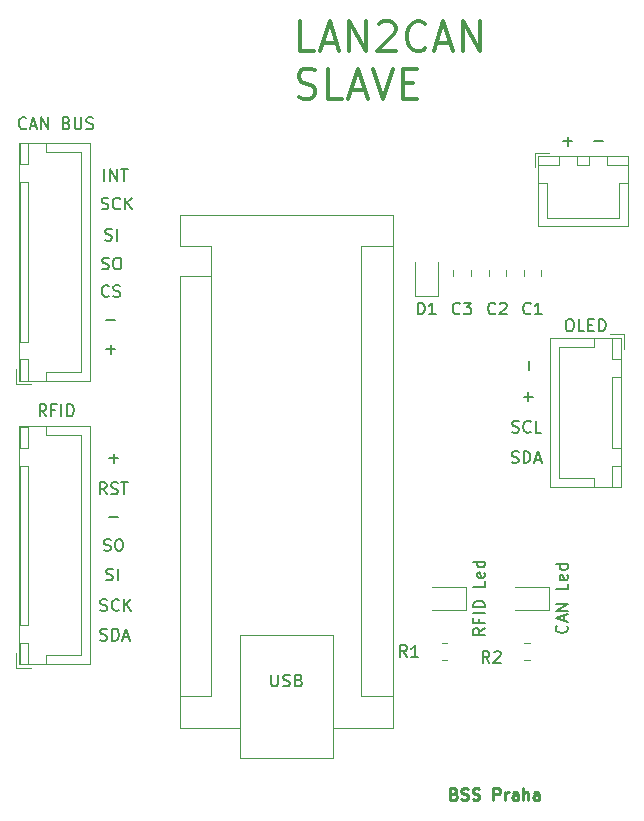
<source format=gbr>
%TF.GenerationSoftware,KiCad,Pcbnew,8.0.1*%
%TF.CreationDate,2024-05-22T11:11:13+02:00*%
%TF.ProjectId,Slave,536c6176-652e-46b6-9963-61645f706362,rev?*%
%TF.SameCoordinates,Original*%
%TF.FileFunction,Legend,Top*%
%TF.FilePolarity,Positive*%
%FSLAX46Y46*%
G04 Gerber Fmt 4.6, Leading zero omitted, Abs format (unit mm)*
G04 Created by KiCad (PCBNEW 8.0.1) date 2024-05-22 11:11:13*
%MOMM*%
%LPD*%
G01*
G04 APERTURE LIST*
%ADD10C,0.150000*%
%ADD11C,0.300000*%
%ADD12C,0.250000*%
%ADD13C,0.120000*%
G04 APERTURE END LIST*
D10*
X154027255Y-70369819D02*
X154217731Y-70369819D01*
X154217731Y-70369819D02*
X154312969Y-70417438D01*
X154312969Y-70417438D02*
X154408207Y-70512676D01*
X154408207Y-70512676D02*
X154455826Y-70703152D01*
X154455826Y-70703152D02*
X154455826Y-71036485D01*
X154455826Y-71036485D02*
X154408207Y-71226961D01*
X154408207Y-71226961D02*
X154312969Y-71322200D01*
X154312969Y-71322200D02*
X154217731Y-71369819D01*
X154217731Y-71369819D02*
X154027255Y-71369819D01*
X154027255Y-71369819D02*
X153932017Y-71322200D01*
X153932017Y-71322200D02*
X153836779Y-71226961D01*
X153836779Y-71226961D02*
X153789160Y-71036485D01*
X153789160Y-71036485D02*
X153789160Y-70703152D01*
X153789160Y-70703152D02*
X153836779Y-70512676D01*
X153836779Y-70512676D02*
X153932017Y-70417438D01*
X153932017Y-70417438D02*
X154027255Y-70369819D01*
X155360588Y-71369819D02*
X154884398Y-71369819D01*
X154884398Y-71369819D02*
X154884398Y-70369819D01*
X155693922Y-70846009D02*
X156027255Y-70846009D01*
X156170112Y-71369819D02*
X155693922Y-71369819D01*
X155693922Y-71369819D02*
X155693922Y-70369819D01*
X155693922Y-70369819D02*
X156170112Y-70369819D01*
X156598684Y-71369819D02*
X156598684Y-70369819D01*
X156598684Y-70369819D02*
X156836779Y-70369819D01*
X156836779Y-70369819D02*
X156979636Y-70417438D01*
X156979636Y-70417438D02*
X157074874Y-70512676D01*
X157074874Y-70512676D02*
X157122493Y-70607914D01*
X157122493Y-70607914D02*
X157170112Y-70798390D01*
X157170112Y-70798390D02*
X157170112Y-70941247D01*
X157170112Y-70941247D02*
X157122493Y-71131723D01*
X157122493Y-71131723D02*
X157074874Y-71226961D01*
X157074874Y-71226961D02*
X156979636Y-71322200D01*
X156979636Y-71322200D02*
X156836779Y-71369819D01*
X156836779Y-71369819D02*
X156598684Y-71369819D01*
X115136779Y-87088866D02*
X115898684Y-87088866D01*
X114389160Y-95022200D02*
X114532017Y-95069819D01*
X114532017Y-95069819D02*
X114770112Y-95069819D01*
X114770112Y-95069819D02*
X114865350Y-95022200D01*
X114865350Y-95022200D02*
X114912969Y-94974580D01*
X114912969Y-94974580D02*
X114960588Y-94879342D01*
X114960588Y-94879342D02*
X114960588Y-94784104D01*
X114960588Y-94784104D02*
X114912969Y-94688866D01*
X114912969Y-94688866D02*
X114865350Y-94641247D01*
X114865350Y-94641247D02*
X114770112Y-94593628D01*
X114770112Y-94593628D02*
X114579636Y-94546009D01*
X114579636Y-94546009D02*
X114484398Y-94498390D01*
X114484398Y-94498390D02*
X114436779Y-94450771D01*
X114436779Y-94450771D02*
X114389160Y-94355533D01*
X114389160Y-94355533D02*
X114389160Y-94260295D01*
X114389160Y-94260295D02*
X114436779Y-94165057D01*
X114436779Y-94165057D02*
X114484398Y-94117438D01*
X114484398Y-94117438D02*
X114579636Y-94069819D01*
X114579636Y-94069819D02*
X114817731Y-94069819D01*
X114817731Y-94069819D02*
X114960588Y-94117438D01*
X115960588Y-94974580D02*
X115912969Y-95022200D01*
X115912969Y-95022200D02*
X115770112Y-95069819D01*
X115770112Y-95069819D02*
X115674874Y-95069819D01*
X115674874Y-95069819D02*
X115532017Y-95022200D01*
X115532017Y-95022200D02*
X115436779Y-94926961D01*
X115436779Y-94926961D02*
X115389160Y-94831723D01*
X115389160Y-94831723D02*
X115341541Y-94641247D01*
X115341541Y-94641247D02*
X115341541Y-94498390D01*
X115341541Y-94498390D02*
X115389160Y-94307914D01*
X115389160Y-94307914D02*
X115436779Y-94212676D01*
X115436779Y-94212676D02*
X115532017Y-94117438D01*
X115532017Y-94117438D02*
X115674874Y-94069819D01*
X115674874Y-94069819D02*
X115770112Y-94069819D01*
X115770112Y-94069819D02*
X115912969Y-94117438D01*
X115912969Y-94117438D02*
X115960588Y-94165057D01*
X116389160Y-95069819D02*
X116389160Y-94069819D01*
X116960588Y-95069819D02*
X116532017Y-94498390D01*
X116960588Y-94069819D02*
X116389160Y-94641247D01*
X114689160Y-89922200D02*
X114832017Y-89969819D01*
X114832017Y-89969819D02*
X115070112Y-89969819D01*
X115070112Y-89969819D02*
X115165350Y-89922200D01*
X115165350Y-89922200D02*
X115212969Y-89874580D01*
X115212969Y-89874580D02*
X115260588Y-89779342D01*
X115260588Y-89779342D02*
X115260588Y-89684104D01*
X115260588Y-89684104D02*
X115212969Y-89588866D01*
X115212969Y-89588866D02*
X115165350Y-89541247D01*
X115165350Y-89541247D02*
X115070112Y-89493628D01*
X115070112Y-89493628D02*
X114879636Y-89446009D01*
X114879636Y-89446009D02*
X114784398Y-89398390D01*
X114784398Y-89398390D02*
X114736779Y-89350771D01*
X114736779Y-89350771D02*
X114689160Y-89255533D01*
X114689160Y-89255533D02*
X114689160Y-89160295D01*
X114689160Y-89160295D02*
X114736779Y-89065057D01*
X114736779Y-89065057D02*
X114784398Y-89017438D01*
X114784398Y-89017438D02*
X114879636Y-88969819D01*
X114879636Y-88969819D02*
X115117731Y-88969819D01*
X115117731Y-88969819D02*
X115260588Y-89017438D01*
X115879636Y-88969819D02*
X116070112Y-88969819D01*
X116070112Y-88969819D02*
X116165350Y-89017438D01*
X116165350Y-89017438D02*
X116260588Y-89112676D01*
X116260588Y-89112676D02*
X116308207Y-89303152D01*
X116308207Y-89303152D02*
X116308207Y-89636485D01*
X116308207Y-89636485D02*
X116260588Y-89826961D01*
X116260588Y-89826961D02*
X116165350Y-89922200D01*
X116165350Y-89922200D02*
X116070112Y-89969819D01*
X116070112Y-89969819D02*
X115879636Y-89969819D01*
X115879636Y-89969819D02*
X115784398Y-89922200D01*
X115784398Y-89922200D02*
X115689160Y-89826961D01*
X115689160Y-89826961D02*
X115641541Y-89636485D01*
X115641541Y-89636485D02*
X115641541Y-89303152D01*
X115641541Y-89303152D02*
X115689160Y-89112676D01*
X115689160Y-89112676D02*
X115784398Y-89017438D01*
X115784398Y-89017438D02*
X115879636Y-88969819D01*
D11*
X132483082Y-47653587D02*
X131292606Y-47653587D01*
X131292606Y-47653587D02*
X131292606Y-45153587D01*
X133197368Y-46939301D02*
X134387844Y-46939301D01*
X132959273Y-47653587D02*
X133792606Y-45153587D01*
X133792606Y-45153587D02*
X134625939Y-47653587D01*
X135459273Y-47653587D02*
X135459273Y-45153587D01*
X135459273Y-45153587D02*
X136887844Y-47653587D01*
X136887844Y-47653587D02*
X136887844Y-45153587D01*
X137959273Y-45391682D02*
X138078321Y-45272635D01*
X138078321Y-45272635D02*
X138316416Y-45153587D01*
X138316416Y-45153587D02*
X138911654Y-45153587D01*
X138911654Y-45153587D02*
X139149749Y-45272635D01*
X139149749Y-45272635D02*
X139268797Y-45391682D01*
X139268797Y-45391682D02*
X139387844Y-45629778D01*
X139387844Y-45629778D02*
X139387844Y-45867873D01*
X139387844Y-45867873D02*
X139268797Y-46225016D01*
X139268797Y-46225016D02*
X137840225Y-47653587D01*
X137840225Y-47653587D02*
X139387844Y-47653587D01*
X141887844Y-47415492D02*
X141768796Y-47534540D01*
X141768796Y-47534540D02*
X141411654Y-47653587D01*
X141411654Y-47653587D02*
X141173558Y-47653587D01*
X141173558Y-47653587D02*
X140816415Y-47534540D01*
X140816415Y-47534540D02*
X140578320Y-47296444D01*
X140578320Y-47296444D02*
X140459273Y-47058349D01*
X140459273Y-47058349D02*
X140340225Y-46582159D01*
X140340225Y-46582159D02*
X140340225Y-46225016D01*
X140340225Y-46225016D02*
X140459273Y-45748825D01*
X140459273Y-45748825D02*
X140578320Y-45510730D01*
X140578320Y-45510730D02*
X140816415Y-45272635D01*
X140816415Y-45272635D02*
X141173558Y-45153587D01*
X141173558Y-45153587D02*
X141411654Y-45153587D01*
X141411654Y-45153587D02*
X141768796Y-45272635D01*
X141768796Y-45272635D02*
X141887844Y-45391682D01*
X142840225Y-46939301D02*
X144030701Y-46939301D01*
X142602130Y-47653587D02*
X143435463Y-45153587D01*
X143435463Y-45153587D02*
X144268796Y-47653587D01*
X145102130Y-47653587D02*
X145102130Y-45153587D01*
X145102130Y-45153587D02*
X146530701Y-47653587D01*
X146530701Y-47653587D02*
X146530701Y-45153587D01*
X131173558Y-51559400D02*
X131530701Y-51678447D01*
X131530701Y-51678447D02*
X132125939Y-51678447D01*
X132125939Y-51678447D02*
X132364034Y-51559400D01*
X132364034Y-51559400D02*
X132483082Y-51440352D01*
X132483082Y-51440352D02*
X132602129Y-51202257D01*
X132602129Y-51202257D02*
X132602129Y-50964161D01*
X132602129Y-50964161D02*
X132483082Y-50726066D01*
X132483082Y-50726066D02*
X132364034Y-50607019D01*
X132364034Y-50607019D02*
X132125939Y-50487971D01*
X132125939Y-50487971D02*
X131649748Y-50368923D01*
X131649748Y-50368923D02*
X131411653Y-50249876D01*
X131411653Y-50249876D02*
X131292606Y-50130828D01*
X131292606Y-50130828D02*
X131173558Y-49892733D01*
X131173558Y-49892733D02*
X131173558Y-49654638D01*
X131173558Y-49654638D02*
X131292606Y-49416542D01*
X131292606Y-49416542D02*
X131411653Y-49297495D01*
X131411653Y-49297495D02*
X131649748Y-49178447D01*
X131649748Y-49178447D02*
X132244987Y-49178447D01*
X132244987Y-49178447D02*
X132602129Y-49297495D01*
X134864034Y-51678447D02*
X133673558Y-51678447D01*
X133673558Y-51678447D02*
X133673558Y-49178447D01*
X135578320Y-50964161D02*
X136768796Y-50964161D01*
X135340225Y-51678447D02*
X136173558Y-49178447D01*
X136173558Y-49178447D02*
X137006891Y-51678447D01*
X137483082Y-49178447D02*
X138316415Y-51678447D01*
X138316415Y-51678447D02*
X139149748Y-49178447D01*
X139983082Y-50368923D02*
X140816415Y-50368923D01*
X141173558Y-51678447D02*
X139983082Y-51678447D01*
X139983082Y-51678447D02*
X139983082Y-49178447D01*
X139983082Y-49178447D02*
X141173558Y-49178447D01*
D10*
X153586393Y-55297234D02*
X154348298Y-55297234D01*
X153967345Y-55678187D02*
X153967345Y-54916282D01*
X156182381Y-55297234D02*
X156944286Y-55297234D01*
X114489160Y-61022200D02*
X114632017Y-61069819D01*
X114632017Y-61069819D02*
X114870112Y-61069819D01*
X114870112Y-61069819D02*
X114965350Y-61022200D01*
X114965350Y-61022200D02*
X115012969Y-60974580D01*
X115012969Y-60974580D02*
X115060588Y-60879342D01*
X115060588Y-60879342D02*
X115060588Y-60784104D01*
X115060588Y-60784104D02*
X115012969Y-60688866D01*
X115012969Y-60688866D02*
X114965350Y-60641247D01*
X114965350Y-60641247D02*
X114870112Y-60593628D01*
X114870112Y-60593628D02*
X114679636Y-60546009D01*
X114679636Y-60546009D02*
X114584398Y-60498390D01*
X114584398Y-60498390D02*
X114536779Y-60450771D01*
X114536779Y-60450771D02*
X114489160Y-60355533D01*
X114489160Y-60355533D02*
X114489160Y-60260295D01*
X114489160Y-60260295D02*
X114536779Y-60165057D01*
X114536779Y-60165057D02*
X114584398Y-60117438D01*
X114584398Y-60117438D02*
X114679636Y-60069819D01*
X114679636Y-60069819D02*
X114917731Y-60069819D01*
X114917731Y-60069819D02*
X115060588Y-60117438D01*
X116060588Y-60974580D02*
X116012969Y-61022200D01*
X116012969Y-61022200D02*
X115870112Y-61069819D01*
X115870112Y-61069819D02*
X115774874Y-61069819D01*
X115774874Y-61069819D02*
X115632017Y-61022200D01*
X115632017Y-61022200D02*
X115536779Y-60926961D01*
X115536779Y-60926961D02*
X115489160Y-60831723D01*
X115489160Y-60831723D02*
X115441541Y-60641247D01*
X115441541Y-60641247D02*
X115441541Y-60498390D01*
X115441541Y-60498390D02*
X115489160Y-60307914D01*
X115489160Y-60307914D02*
X115536779Y-60212676D01*
X115536779Y-60212676D02*
X115632017Y-60117438D01*
X115632017Y-60117438D02*
X115774874Y-60069819D01*
X115774874Y-60069819D02*
X115870112Y-60069819D01*
X115870112Y-60069819D02*
X116012969Y-60117438D01*
X116012969Y-60117438D02*
X116060588Y-60165057D01*
X116489160Y-61069819D02*
X116489160Y-60069819D01*
X117060588Y-61069819D02*
X116632017Y-60498390D01*
X117060588Y-60069819D02*
X116489160Y-60641247D01*
X149245409Y-79918033D02*
X149388266Y-79965652D01*
X149388266Y-79965652D02*
X149626361Y-79965652D01*
X149626361Y-79965652D02*
X149721599Y-79918033D01*
X149721599Y-79918033D02*
X149769218Y-79870413D01*
X149769218Y-79870413D02*
X149816837Y-79775175D01*
X149816837Y-79775175D02*
X149816837Y-79679937D01*
X149816837Y-79679937D02*
X149769218Y-79584699D01*
X149769218Y-79584699D02*
X149721599Y-79537080D01*
X149721599Y-79537080D02*
X149626361Y-79489461D01*
X149626361Y-79489461D02*
X149435885Y-79441842D01*
X149435885Y-79441842D02*
X149340647Y-79394223D01*
X149340647Y-79394223D02*
X149293028Y-79346604D01*
X149293028Y-79346604D02*
X149245409Y-79251366D01*
X149245409Y-79251366D02*
X149245409Y-79156128D01*
X149245409Y-79156128D02*
X149293028Y-79060890D01*
X149293028Y-79060890D02*
X149340647Y-79013271D01*
X149340647Y-79013271D02*
X149435885Y-78965652D01*
X149435885Y-78965652D02*
X149673980Y-78965652D01*
X149673980Y-78965652D02*
X149816837Y-79013271D01*
X150816837Y-79870413D02*
X150769218Y-79918033D01*
X150769218Y-79918033D02*
X150626361Y-79965652D01*
X150626361Y-79965652D02*
X150531123Y-79965652D01*
X150531123Y-79965652D02*
X150388266Y-79918033D01*
X150388266Y-79918033D02*
X150293028Y-79822794D01*
X150293028Y-79822794D02*
X150245409Y-79727556D01*
X150245409Y-79727556D02*
X150197790Y-79537080D01*
X150197790Y-79537080D02*
X150197790Y-79394223D01*
X150197790Y-79394223D02*
X150245409Y-79203747D01*
X150245409Y-79203747D02*
X150293028Y-79108509D01*
X150293028Y-79108509D02*
X150388266Y-79013271D01*
X150388266Y-79013271D02*
X150531123Y-78965652D01*
X150531123Y-78965652D02*
X150626361Y-78965652D01*
X150626361Y-78965652D02*
X150769218Y-79013271D01*
X150769218Y-79013271D02*
X150816837Y-79060890D01*
X151721599Y-79965652D02*
X151245409Y-79965652D01*
X151245409Y-79965652D02*
X151245409Y-78965652D01*
X114789931Y-63653950D02*
X114932788Y-63701569D01*
X114932788Y-63701569D02*
X115170883Y-63701569D01*
X115170883Y-63701569D02*
X115266121Y-63653950D01*
X115266121Y-63653950D02*
X115313740Y-63606330D01*
X115313740Y-63606330D02*
X115361359Y-63511092D01*
X115361359Y-63511092D02*
X115361359Y-63415854D01*
X115361359Y-63415854D02*
X115313740Y-63320616D01*
X115313740Y-63320616D02*
X115266121Y-63272997D01*
X115266121Y-63272997D02*
X115170883Y-63225378D01*
X115170883Y-63225378D02*
X114980407Y-63177759D01*
X114980407Y-63177759D02*
X114885169Y-63130140D01*
X114885169Y-63130140D02*
X114837550Y-63082521D01*
X114837550Y-63082521D02*
X114789931Y-62987283D01*
X114789931Y-62987283D02*
X114789931Y-62892045D01*
X114789931Y-62892045D02*
X114837550Y-62796807D01*
X114837550Y-62796807D02*
X114885169Y-62749188D01*
X114885169Y-62749188D02*
X114980407Y-62701569D01*
X114980407Y-62701569D02*
X115218502Y-62701569D01*
X115218502Y-62701569D02*
X115361359Y-62749188D01*
X115789931Y-63701569D02*
X115789931Y-62701569D01*
X114736779Y-58669819D02*
X114736779Y-57669819D01*
X115212969Y-58669819D02*
X115212969Y-57669819D01*
X115212969Y-57669819D02*
X115784397Y-58669819D01*
X115784397Y-58669819D02*
X115784397Y-57669819D01*
X116117731Y-57669819D02*
X116689159Y-57669819D01*
X116403445Y-58669819D02*
X116403445Y-57669819D01*
X114837550Y-70409661D02*
X115599455Y-70409661D01*
X114908207Y-85169819D02*
X114574874Y-84693628D01*
X114336779Y-85169819D02*
X114336779Y-84169819D01*
X114336779Y-84169819D02*
X114717731Y-84169819D01*
X114717731Y-84169819D02*
X114812969Y-84217438D01*
X114812969Y-84217438D02*
X114860588Y-84265057D01*
X114860588Y-84265057D02*
X114908207Y-84360295D01*
X114908207Y-84360295D02*
X114908207Y-84503152D01*
X114908207Y-84503152D02*
X114860588Y-84598390D01*
X114860588Y-84598390D02*
X114812969Y-84646009D01*
X114812969Y-84646009D02*
X114717731Y-84693628D01*
X114717731Y-84693628D02*
X114336779Y-84693628D01*
X115289160Y-85122200D02*
X115432017Y-85169819D01*
X115432017Y-85169819D02*
X115670112Y-85169819D01*
X115670112Y-85169819D02*
X115765350Y-85122200D01*
X115765350Y-85122200D02*
X115812969Y-85074580D01*
X115812969Y-85074580D02*
X115860588Y-84979342D01*
X115860588Y-84979342D02*
X115860588Y-84884104D01*
X115860588Y-84884104D02*
X115812969Y-84788866D01*
X115812969Y-84788866D02*
X115765350Y-84741247D01*
X115765350Y-84741247D02*
X115670112Y-84693628D01*
X115670112Y-84693628D02*
X115479636Y-84646009D01*
X115479636Y-84646009D02*
X115384398Y-84598390D01*
X115384398Y-84598390D02*
X115336779Y-84550771D01*
X115336779Y-84550771D02*
X115289160Y-84455533D01*
X115289160Y-84455533D02*
X115289160Y-84360295D01*
X115289160Y-84360295D02*
X115336779Y-84265057D01*
X115336779Y-84265057D02*
X115384398Y-84217438D01*
X115384398Y-84217438D02*
X115479636Y-84169819D01*
X115479636Y-84169819D02*
X115717731Y-84169819D01*
X115717731Y-84169819D02*
X115860588Y-84217438D01*
X116146303Y-84169819D02*
X116717731Y-84169819D01*
X116432017Y-85169819D02*
X116432017Y-84169819D01*
X114889160Y-92422200D02*
X115032017Y-92469819D01*
X115032017Y-92469819D02*
X115270112Y-92469819D01*
X115270112Y-92469819D02*
X115365350Y-92422200D01*
X115365350Y-92422200D02*
X115412969Y-92374580D01*
X115412969Y-92374580D02*
X115460588Y-92279342D01*
X115460588Y-92279342D02*
X115460588Y-92184104D01*
X115460588Y-92184104D02*
X115412969Y-92088866D01*
X115412969Y-92088866D02*
X115365350Y-92041247D01*
X115365350Y-92041247D02*
X115270112Y-91993628D01*
X115270112Y-91993628D02*
X115079636Y-91946009D01*
X115079636Y-91946009D02*
X114984398Y-91898390D01*
X114984398Y-91898390D02*
X114936779Y-91850771D01*
X114936779Y-91850771D02*
X114889160Y-91755533D01*
X114889160Y-91755533D02*
X114889160Y-91660295D01*
X114889160Y-91660295D02*
X114936779Y-91565057D01*
X114936779Y-91565057D02*
X114984398Y-91517438D01*
X114984398Y-91517438D02*
X115079636Y-91469819D01*
X115079636Y-91469819D02*
X115317731Y-91469819D01*
X115317731Y-91469819D02*
X115460588Y-91517438D01*
X115889160Y-92469819D02*
X115889160Y-91469819D01*
X115262670Y-73279848D02*
X115262670Y-72517944D01*
X115643623Y-72898896D02*
X114881718Y-72898896D01*
X114540317Y-66100170D02*
X114683174Y-66147789D01*
X114683174Y-66147789D02*
X114921269Y-66147789D01*
X114921269Y-66147789D02*
X115016507Y-66100170D01*
X115016507Y-66100170D02*
X115064126Y-66052550D01*
X115064126Y-66052550D02*
X115111745Y-65957312D01*
X115111745Y-65957312D02*
X115111745Y-65862074D01*
X115111745Y-65862074D02*
X115064126Y-65766836D01*
X115064126Y-65766836D02*
X115016507Y-65719217D01*
X115016507Y-65719217D02*
X114921269Y-65671598D01*
X114921269Y-65671598D02*
X114730793Y-65623979D01*
X114730793Y-65623979D02*
X114635555Y-65576360D01*
X114635555Y-65576360D02*
X114587936Y-65528741D01*
X114587936Y-65528741D02*
X114540317Y-65433503D01*
X114540317Y-65433503D02*
X114540317Y-65338265D01*
X114540317Y-65338265D02*
X114587936Y-65243027D01*
X114587936Y-65243027D02*
X114635555Y-65195408D01*
X114635555Y-65195408D02*
X114730793Y-65147789D01*
X114730793Y-65147789D02*
X114968888Y-65147789D01*
X114968888Y-65147789D02*
X115111745Y-65195408D01*
X115730793Y-65147789D02*
X115921269Y-65147789D01*
X115921269Y-65147789D02*
X116016507Y-65195408D01*
X116016507Y-65195408D02*
X116111745Y-65290646D01*
X116111745Y-65290646D02*
X116159364Y-65481122D01*
X116159364Y-65481122D02*
X116159364Y-65814455D01*
X116159364Y-65814455D02*
X116111745Y-66004931D01*
X116111745Y-66004931D02*
X116016507Y-66100170D01*
X116016507Y-66100170D02*
X115921269Y-66147789D01*
X115921269Y-66147789D02*
X115730793Y-66147789D01*
X115730793Y-66147789D02*
X115635555Y-66100170D01*
X115635555Y-66100170D02*
X115540317Y-66004931D01*
X115540317Y-66004931D02*
X115492698Y-65814455D01*
X115492698Y-65814455D02*
X115492698Y-65481122D01*
X115492698Y-65481122D02*
X115540317Y-65290646D01*
X115540317Y-65290646D02*
X115635555Y-65195408D01*
X115635555Y-65195408D02*
X115730793Y-65147789D01*
X109808207Y-78569819D02*
X109474874Y-78093628D01*
X109236779Y-78569819D02*
X109236779Y-77569819D01*
X109236779Y-77569819D02*
X109617731Y-77569819D01*
X109617731Y-77569819D02*
X109712969Y-77617438D01*
X109712969Y-77617438D02*
X109760588Y-77665057D01*
X109760588Y-77665057D02*
X109808207Y-77760295D01*
X109808207Y-77760295D02*
X109808207Y-77903152D01*
X109808207Y-77903152D02*
X109760588Y-77998390D01*
X109760588Y-77998390D02*
X109712969Y-78046009D01*
X109712969Y-78046009D02*
X109617731Y-78093628D01*
X109617731Y-78093628D02*
X109236779Y-78093628D01*
X110570112Y-78046009D02*
X110236779Y-78046009D01*
X110236779Y-78569819D02*
X110236779Y-77569819D01*
X110236779Y-77569819D02*
X110712969Y-77569819D01*
X111093922Y-78569819D02*
X111093922Y-77569819D01*
X111570112Y-78569819D02*
X111570112Y-77569819D01*
X111570112Y-77569819D02*
X111808207Y-77569819D01*
X111808207Y-77569819D02*
X111951064Y-77617438D01*
X111951064Y-77617438D02*
X112046302Y-77712676D01*
X112046302Y-77712676D02*
X112093921Y-77807914D01*
X112093921Y-77807914D02*
X112141540Y-77998390D01*
X112141540Y-77998390D02*
X112141540Y-78141247D01*
X112141540Y-78141247D02*
X112093921Y-78331723D01*
X112093921Y-78331723D02*
X112046302Y-78426961D01*
X112046302Y-78426961D02*
X111951064Y-78522200D01*
X111951064Y-78522200D02*
X111808207Y-78569819D01*
X111808207Y-78569819D02*
X111570112Y-78569819D01*
X150615607Y-76538630D02*
X150615607Y-77300535D01*
X150234654Y-76919582D02*
X150996559Y-76919582D01*
X149220447Y-82489060D02*
X149363304Y-82536679D01*
X149363304Y-82536679D02*
X149601399Y-82536679D01*
X149601399Y-82536679D02*
X149696637Y-82489060D01*
X149696637Y-82489060D02*
X149744256Y-82441440D01*
X149744256Y-82441440D02*
X149791875Y-82346202D01*
X149791875Y-82346202D02*
X149791875Y-82250964D01*
X149791875Y-82250964D02*
X149744256Y-82155726D01*
X149744256Y-82155726D02*
X149696637Y-82108107D01*
X149696637Y-82108107D02*
X149601399Y-82060488D01*
X149601399Y-82060488D02*
X149410923Y-82012869D01*
X149410923Y-82012869D02*
X149315685Y-81965250D01*
X149315685Y-81965250D02*
X149268066Y-81917631D01*
X149268066Y-81917631D02*
X149220447Y-81822393D01*
X149220447Y-81822393D02*
X149220447Y-81727155D01*
X149220447Y-81727155D02*
X149268066Y-81631917D01*
X149268066Y-81631917D02*
X149315685Y-81584298D01*
X149315685Y-81584298D02*
X149410923Y-81536679D01*
X149410923Y-81536679D02*
X149649018Y-81536679D01*
X149649018Y-81536679D02*
X149791875Y-81584298D01*
X150220447Y-82536679D02*
X150220447Y-81536679D01*
X150220447Y-81536679D02*
X150458542Y-81536679D01*
X150458542Y-81536679D02*
X150601399Y-81584298D01*
X150601399Y-81584298D02*
X150696637Y-81679536D01*
X150696637Y-81679536D02*
X150744256Y-81774774D01*
X150744256Y-81774774D02*
X150791875Y-81965250D01*
X150791875Y-81965250D02*
X150791875Y-82108107D01*
X150791875Y-82108107D02*
X150744256Y-82298583D01*
X150744256Y-82298583D02*
X150696637Y-82393821D01*
X150696637Y-82393821D02*
X150601399Y-82489060D01*
X150601399Y-82489060D02*
X150458542Y-82536679D01*
X150458542Y-82536679D02*
X150220447Y-82536679D01*
X151172828Y-82250964D02*
X151649018Y-82250964D01*
X151077590Y-82536679D02*
X151410923Y-81536679D01*
X151410923Y-81536679D02*
X151744256Y-82536679D01*
X114389160Y-97522200D02*
X114532017Y-97569819D01*
X114532017Y-97569819D02*
X114770112Y-97569819D01*
X114770112Y-97569819D02*
X114865350Y-97522200D01*
X114865350Y-97522200D02*
X114912969Y-97474580D01*
X114912969Y-97474580D02*
X114960588Y-97379342D01*
X114960588Y-97379342D02*
X114960588Y-97284104D01*
X114960588Y-97284104D02*
X114912969Y-97188866D01*
X114912969Y-97188866D02*
X114865350Y-97141247D01*
X114865350Y-97141247D02*
X114770112Y-97093628D01*
X114770112Y-97093628D02*
X114579636Y-97046009D01*
X114579636Y-97046009D02*
X114484398Y-96998390D01*
X114484398Y-96998390D02*
X114436779Y-96950771D01*
X114436779Y-96950771D02*
X114389160Y-96855533D01*
X114389160Y-96855533D02*
X114389160Y-96760295D01*
X114389160Y-96760295D02*
X114436779Y-96665057D01*
X114436779Y-96665057D02*
X114484398Y-96617438D01*
X114484398Y-96617438D02*
X114579636Y-96569819D01*
X114579636Y-96569819D02*
X114817731Y-96569819D01*
X114817731Y-96569819D02*
X114960588Y-96617438D01*
X115389160Y-97569819D02*
X115389160Y-96569819D01*
X115389160Y-96569819D02*
X115627255Y-96569819D01*
X115627255Y-96569819D02*
X115770112Y-96617438D01*
X115770112Y-96617438D02*
X115865350Y-96712676D01*
X115865350Y-96712676D02*
X115912969Y-96807914D01*
X115912969Y-96807914D02*
X115960588Y-96998390D01*
X115960588Y-96998390D02*
X115960588Y-97141247D01*
X115960588Y-97141247D02*
X115912969Y-97331723D01*
X115912969Y-97331723D02*
X115865350Y-97426961D01*
X115865350Y-97426961D02*
X115770112Y-97522200D01*
X115770112Y-97522200D02*
X115627255Y-97569819D01*
X115627255Y-97569819D02*
X115389160Y-97569819D01*
X116341541Y-97284104D02*
X116817731Y-97284104D01*
X116246303Y-97569819D02*
X116579636Y-96569819D01*
X116579636Y-96569819D02*
X116912969Y-97569819D01*
D12*
X144335901Y-110540809D02*
X144478758Y-110588428D01*
X144478758Y-110588428D02*
X144526377Y-110636047D01*
X144526377Y-110636047D02*
X144573996Y-110731285D01*
X144573996Y-110731285D02*
X144573996Y-110874142D01*
X144573996Y-110874142D02*
X144526377Y-110969380D01*
X144526377Y-110969380D02*
X144478758Y-111017000D01*
X144478758Y-111017000D02*
X144383520Y-111064619D01*
X144383520Y-111064619D02*
X144002568Y-111064619D01*
X144002568Y-111064619D02*
X144002568Y-110064619D01*
X144002568Y-110064619D02*
X144335901Y-110064619D01*
X144335901Y-110064619D02*
X144431139Y-110112238D01*
X144431139Y-110112238D02*
X144478758Y-110159857D01*
X144478758Y-110159857D02*
X144526377Y-110255095D01*
X144526377Y-110255095D02*
X144526377Y-110350333D01*
X144526377Y-110350333D02*
X144478758Y-110445571D01*
X144478758Y-110445571D02*
X144431139Y-110493190D01*
X144431139Y-110493190D02*
X144335901Y-110540809D01*
X144335901Y-110540809D02*
X144002568Y-110540809D01*
X144954949Y-111017000D02*
X145097806Y-111064619D01*
X145097806Y-111064619D02*
X145335901Y-111064619D01*
X145335901Y-111064619D02*
X145431139Y-111017000D01*
X145431139Y-111017000D02*
X145478758Y-110969380D01*
X145478758Y-110969380D02*
X145526377Y-110874142D01*
X145526377Y-110874142D02*
X145526377Y-110778904D01*
X145526377Y-110778904D02*
X145478758Y-110683666D01*
X145478758Y-110683666D02*
X145431139Y-110636047D01*
X145431139Y-110636047D02*
X145335901Y-110588428D01*
X145335901Y-110588428D02*
X145145425Y-110540809D01*
X145145425Y-110540809D02*
X145050187Y-110493190D01*
X145050187Y-110493190D02*
X145002568Y-110445571D01*
X145002568Y-110445571D02*
X144954949Y-110350333D01*
X144954949Y-110350333D02*
X144954949Y-110255095D01*
X144954949Y-110255095D02*
X145002568Y-110159857D01*
X145002568Y-110159857D02*
X145050187Y-110112238D01*
X145050187Y-110112238D02*
X145145425Y-110064619D01*
X145145425Y-110064619D02*
X145383520Y-110064619D01*
X145383520Y-110064619D02*
X145526377Y-110112238D01*
X145907330Y-111017000D02*
X146050187Y-111064619D01*
X146050187Y-111064619D02*
X146288282Y-111064619D01*
X146288282Y-111064619D02*
X146383520Y-111017000D01*
X146383520Y-111017000D02*
X146431139Y-110969380D01*
X146431139Y-110969380D02*
X146478758Y-110874142D01*
X146478758Y-110874142D02*
X146478758Y-110778904D01*
X146478758Y-110778904D02*
X146431139Y-110683666D01*
X146431139Y-110683666D02*
X146383520Y-110636047D01*
X146383520Y-110636047D02*
X146288282Y-110588428D01*
X146288282Y-110588428D02*
X146097806Y-110540809D01*
X146097806Y-110540809D02*
X146002568Y-110493190D01*
X146002568Y-110493190D02*
X145954949Y-110445571D01*
X145954949Y-110445571D02*
X145907330Y-110350333D01*
X145907330Y-110350333D02*
X145907330Y-110255095D01*
X145907330Y-110255095D02*
X145954949Y-110159857D01*
X145954949Y-110159857D02*
X146002568Y-110112238D01*
X146002568Y-110112238D02*
X146097806Y-110064619D01*
X146097806Y-110064619D02*
X146335901Y-110064619D01*
X146335901Y-110064619D02*
X146478758Y-110112238D01*
X147669235Y-111064619D02*
X147669235Y-110064619D01*
X147669235Y-110064619D02*
X148050187Y-110064619D01*
X148050187Y-110064619D02*
X148145425Y-110112238D01*
X148145425Y-110112238D02*
X148193044Y-110159857D01*
X148193044Y-110159857D02*
X148240663Y-110255095D01*
X148240663Y-110255095D02*
X148240663Y-110397952D01*
X148240663Y-110397952D02*
X148193044Y-110493190D01*
X148193044Y-110493190D02*
X148145425Y-110540809D01*
X148145425Y-110540809D02*
X148050187Y-110588428D01*
X148050187Y-110588428D02*
X147669235Y-110588428D01*
X148669235Y-111064619D02*
X148669235Y-110397952D01*
X148669235Y-110588428D02*
X148716854Y-110493190D01*
X148716854Y-110493190D02*
X148764473Y-110445571D01*
X148764473Y-110445571D02*
X148859711Y-110397952D01*
X148859711Y-110397952D02*
X148954949Y-110397952D01*
X149716854Y-111064619D02*
X149716854Y-110540809D01*
X149716854Y-110540809D02*
X149669235Y-110445571D01*
X149669235Y-110445571D02*
X149573997Y-110397952D01*
X149573997Y-110397952D02*
X149383521Y-110397952D01*
X149383521Y-110397952D02*
X149288283Y-110445571D01*
X149716854Y-111017000D02*
X149621616Y-111064619D01*
X149621616Y-111064619D02*
X149383521Y-111064619D01*
X149383521Y-111064619D02*
X149288283Y-111017000D01*
X149288283Y-111017000D02*
X149240664Y-110921761D01*
X149240664Y-110921761D02*
X149240664Y-110826523D01*
X149240664Y-110826523D02*
X149288283Y-110731285D01*
X149288283Y-110731285D02*
X149383521Y-110683666D01*
X149383521Y-110683666D02*
X149621616Y-110683666D01*
X149621616Y-110683666D02*
X149716854Y-110636047D01*
X150193045Y-111064619D02*
X150193045Y-110064619D01*
X150621616Y-111064619D02*
X150621616Y-110540809D01*
X150621616Y-110540809D02*
X150573997Y-110445571D01*
X150573997Y-110445571D02*
X150478759Y-110397952D01*
X150478759Y-110397952D02*
X150335902Y-110397952D01*
X150335902Y-110397952D02*
X150240664Y-110445571D01*
X150240664Y-110445571D02*
X150193045Y-110493190D01*
X151526378Y-111064619D02*
X151526378Y-110540809D01*
X151526378Y-110540809D02*
X151478759Y-110445571D01*
X151478759Y-110445571D02*
X151383521Y-110397952D01*
X151383521Y-110397952D02*
X151193045Y-110397952D01*
X151193045Y-110397952D02*
X151097807Y-110445571D01*
X151526378Y-111017000D02*
X151431140Y-111064619D01*
X151431140Y-111064619D02*
X151193045Y-111064619D01*
X151193045Y-111064619D02*
X151097807Y-111017000D01*
X151097807Y-111017000D02*
X151050188Y-110921761D01*
X151050188Y-110921761D02*
X151050188Y-110826523D01*
X151050188Y-110826523D02*
X151097807Y-110731285D01*
X151097807Y-110731285D02*
X151193045Y-110683666D01*
X151193045Y-110683666D02*
X151431140Y-110683666D01*
X151431140Y-110683666D02*
X151526378Y-110636047D01*
D10*
X150688866Y-74663220D02*
X150688866Y-73901316D01*
X115108207Y-68374580D02*
X115060588Y-68422200D01*
X115060588Y-68422200D02*
X114917731Y-68469819D01*
X114917731Y-68469819D02*
X114822493Y-68469819D01*
X114822493Y-68469819D02*
X114679636Y-68422200D01*
X114679636Y-68422200D02*
X114584398Y-68326961D01*
X114584398Y-68326961D02*
X114536779Y-68231723D01*
X114536779Y-68231723D02*
X114489160Y-68041247D01*
X114489160Y-68041247D02*
X114489160Y-67898390D01*
X114489160Y-67898390D02*
X114536779Y-67707914D01*
X114536779Y-67707914D02*
X114584398Y-67612676D01*
X114584398Y-67612676D02*
X114679636Y-67517438D01*
X114679636Y-67517438D02*
X114822493Y-67469819D01*
X114822493Y-67469819D02*
X114917731Y-67469819D01*
X114917731Y-67469819D02*
X115060588Y-67517438D01*
X115060588Y-67517438D02*
X115108207Y-67565057D01*
X115489160Y-68422200D02*
X115632017Y-68469819D01*
X115632017Y-68469819D02*
X115870112Y-68469819D01*
X115870112Y-68469819D02*
X115965350Y-68422200D01*
X115965350Y-68422200D02*
X116012969Y-68374580D01*
X116012969Y-68374580D02*
X116060588Y-68279342D01*
X116060588Y-68279342D02*
X116060588Y-68184104D01*
X116060588Y-68184104D02*
X116012969Y-68088866D01*
X116012969Y-68088866D02*
X115965350Y-68041247D01*
X115965350Y-68041247D02*
X115870112Y-67993628D01*
X115870112Y-67993628D02*
X115679636Y-67946009D01*
X115679636Y-67946009D02*
X115584398Y-67898390D01*
X115584398Y-67898390D02*
X115536779Y-67850771D01*
X115536779Y-67850771D02*
X115489160Y-67755533D01*
X115489160Y-67755533D02*
X115489160Y-67660295D01*
X115489160Y-67660295D02*
X115536779Y-67565057D01*
X115536779Y-67565057D02*
X115584398Y-67517438D01*
X115584398Y-67517438D02*
X115679636Y-67469819D01*
X115679636Y-67469819D02*
X115917731Y-67469819D01*
X115917731Y-67469819D02*
X116060588Y-67517438D01*
X115511133Y-81736779D02*
X115511133Y-82498684D01*
X115130180Y-82117731D02*
X115892085Y-82117731D01*
X108108207Y-54174580D02*
X108060588Y-54222200D01*
X108060588Y-54222200D02*
X107917731Y-54269819D01*
X107917731Y-54269819D02*
X107822493Y-54269819D01*
X107822493Y-54269819D02*
X107679636Y-54222200D01*
X107679636Y-54222200D02*
X107584398Y-54126961D01*
X107584398Y-54126961D02*
X107536779Y-54031723D01*
X107536779Y-54031723D02*
X107489160Y-53841247D01*
X107489160Y-53841247D02*
X107489160Y-53698390D01*
X107489160Y-53698390D02*
X107536779Y-53507914D01*
X107536779Y-53507914D02*
X107584398Y-53412676D01*
X107584398Y-53412676D02*
X107679636Y-53317438D01*
X107679636Y-53317438D02*
X107822493Y-53269819D01*
X107822493Y-53269819D02*
X107917731Y-53269819D01*
X107917731Y-53269819D02*
X108060588Y-53317438D01*
X108060588Y-53317438D02*
X108108207Y-53365057D01*
X108489160Y-53984104D02*
X108965350Y-53984104D01*
X108393922Y-54269819D02*
X108727255Y-53269819D01*
X108727255Y-53269819D02*
X109060588Y-54269819D01*
X109393922Y-54269819D02*
X109393922Y-53269819D01*
X109393922Y-53269819D02*
X109965350Y-54269819D01*
X109965350Y-54269819D02*
X109965350Y-53269819D01*
X111536779Y-53746009D02*
X111679636Y-53793628D01*
X111679636Y-53793628D02*
X111727255Y-53841247D01*
X111727255Y-53841247D02*
X111774874Y-53936485D01*
X111774874Y-53936485D02*
X111774874Y-54079342D01*
X111774874Y-54079342D02*
X111727255Y-54174580D01*
X111727255Y-54174580D02*
X111679636Y-54222200D01*
X111679636Y-54222200D02*
X111584398Y-54269819D01*
X111584398Y-54269819D02*
X111203446Y-54269819D01*
X111203446Y-54269819D02*
X111203446Y-53269819D01*
X111203446Y-53269819D02*
X111536779Y-53269819D01*
X111536779Y-53269819D02*
X111632017Y-53317438D01*
X111632017Y-53317438D02*
X111679636Y-53365057D01*
X111679636Y-53365057D02*
X111727255Y-53460295D01*
X111727255Y-53460295D02*
X111727255Y-53555533D01*
X111727255Y-53555533D02*
X111679636Y-53650771D01*
X111679636Y-53650771D02*
X111632017Y-53698390D01*
X111632017Y-53698390D02*
X111536779Y-53746009D01*
X111536779Y-53746009D02*
X111203446Y-53746009D01*
X112203446Y-53269819D02*
X112203446Y-54079342D01*
X112203446Y-54079342D02*
X112251065Y-54174580D01*
X112251065Y-54174580D02*
X112298684Y-54222200D01*
X112298684Y-54222200D02*
X112393922Y-54269819D01*
X112393922Y-54269819D02*
X112584398Y-54269819D01*
X112584398Y-54269819D02*
X112679636Y-54222200D01*
X112679636Y-54222200D02*
X112727255Y-54174580D01*
X112727255Y-54174580D02*
X112774874Y-54079342D01*
X112774874Y-54079342D02*
X112774874Y-53269819D01*
X113203446Y-54222200D02*
X113346303Y-54269819D01*
X113346303Y-54269819D02*
X113584398Y-54269819D01*
X113584398Y-54269819D02*
X113679636Y-54222200D01*
X113679636Y-54222200D02*
X113727255Y-54174580D01*
X113727255Y-54174580D02*
X113774874Y-54079342D01*
X113774874Y-54079342D02*
X113774874Y-53984104D01*
X113774874Y-53984104D02*
X113727255Y-53888866D01*
X113727255Y-53888866D02*
X113679636Y-53841247D01*
X113679636Y-53841247D02*
X113584398Y-53793628D01*
X113584398Y-53793628D02*
X113393922Y-53746009D01*
X113393922Y-53746009D02*
X113298684Y-53698390D01*
X113298684Y-53698390D02*
X113251065Y-53650771D01*
X113251065Y-53650771D02*
X113203446Y-53555533D01*
X113203446Y-53555533D02*
X113203446Y-53460295D01*
X113203446Y-53460295D02*
X113251065Y-53365057D01*
X113251065Y-53365057D02*
X113298684Y-53317438D01*
X113298684Y-53317438D02*
X113393922Y-53269819D01*
X113393922Y-53269819D02*
X113632017Y-53269819D01*
X113632017Y-53269819D02*
X113774874Y-53317438D01*
X153859580Y-96309524D02*
X153907200Y-96357143D01*
X153907200Y-96357143D02*
X153954819Y-96500000D01*
X153954819Y-96500000D02*
X153954819Y-96595238D01*
X153954819Y-96595238D02*
X153907200Y-96738095D01*
X153907200Y-96738095D02*
X153811961Y-96833333D01*
X153811961Y-96833333D02*
X153716723Y-96880952D01*
X153716723Y-96880952D02*
X153526247Y-96928571D01*
X153526247Y-96928571D02*
X153383390Y-96928571D01*
X153383390Y-96928571D02*
X153192914Y-96880952D01*
X153192914Y-96880952D02*
X153097676Y-96833333D01*
X153097676Y-96833333D02*
X153002438Y-96738095D01*
X153002438Y-96738095D02*
X152954819Y-96595238D01*
X152954819Y-96595238D02*
X152954819Y-96500000D01*
X152954819Y-96500000D02*
X153002438Y-96357143D01*
X153002438Y-96357143D02*
X153050057Y-96309524D01*
X153669104Y-95928571D02*
X153669104Y-95452381D01*
X153954819Y-96023809D02*
X152954819Y-95690476D01*
X152954819Y-95690476D02*
X153954819Y-95357143D01*
X153954819Y-95023809D02*
X152954819Y-95023809D01*
X152954819Y-95023809D02*
X153954819Y-94452381D01*
X153954819Y-94452381D02*
X152954819Y-94452381D01*
X153954819Y-92738095D02*
X153954819Y-93214285D01*
X153954819Y-93214285D02*
X152954819Y-93214285D01*
X153907200Y-92023809D02*
X153954819Y-92119047D01*
X153954819Y-92119047D02*
X153954819Y-92309523D01*
X153954819Y-92309523D02*
X153907200Y-92404761D01*
X153907200Y-92404761D02*
X153811961Y-92452380D01*
X153811961Y-92452380D02*
X153431009Y-92452380D01*
X153431009Y-92452380D02*
X153335771Y-92404761D01*
X153335771Y-92404761D02*
X153288152Y-92309523D01*
X153288152Y-92309523D02*
X153288152Y-92119047D01*
X153288152Y-92119047D02*
X153335771Y-92023809D01*
X153335771Y-92023809D02*
X153431009Y-91976190D01*
X153431009Y-91976190D02*
X153526247Y-91976190D01*
X153526247Y-91976190D02*
X153621485Y-92452380D01*
X153954819Y-91119047D02*
X152954819Y-91119047D01*
X153907200Y-91119047D02*
X153954819Y-91214285D01*
X153954819Y-91214285D02*
X153954819Y-91404761D01*
X153954819Y-91404761D02*
X153907200Y-91499999D01*
X153907200Y-91499999D02*
X153859580Y-91547618D01*
X153859580Y-91547618D02*
X153764342Y-91595237D01*
X153764342Y-91595237D02*
X153478628Y-91595237D01*
X153478628Y-91595237D02*
X153383390Y-91547618D01*
X153383390Y-91547618D02*
X153335771Y-91499999D01*
X153335771Y-91499999D02*
X153288152Y-91404761D01*
X153288152Y-91404761D02*
X153288152Y-91214285D01*
X153288152Y-91214285D02*
X153335771Y-91119047D01*
X128858095Y-100454819D02*
X128858095Y-101264342D01*
X128858095Y-101264342D02*
X128905714Y-101359580D01*
X128905714Y-101359580D02*
X128953333Y-101407200D01*
X128953333Y-101407200D02*
X129048571Y-101454819D01*
X129048571Y-101454819D02*
X129239047Y-101454819D01*
X129239047Y-101454819D02*
X129334285Y-101407200D01*
X129334285Y-101407200D02*
X129381904Y-101359580D01*
X129381904Y-101359580D02*
X129429523Y-101264342D01*
X129429523Y-101264342D02*
X129429523Y-100454819D01*
X129858095Y-101407200D02*
X130000952Y-101454819D01*
X130000952Y-101454819D02*
X130239047Y-101454819D01*
X130239047Y-101454819D02*
X130334285Y-101407200D01*
X130334285Y-101407200D02*
X130381904Y-101359580D01*
X130381904Y-101359580D02*
X130429523Y-101264342D01*
X130429523Y-101264342D02*
X130429523Y-101169104D01*
X130429523Y-101169104D02*
X130381904Y-101073866D01*
X130381904Y-101073866D02*
X130334285Y-101026247D01*
X130334285Y-101026247D02*
X130239047Y-100978628D01*
X130239047Y-100978628D02*
X130048571Y-100931009D01*
X130048571Y-100931009D02*
X129953333Y-100883390D01*
X129953333Y-100883390D02*
X129905714Y-100835771D01*
X129905714Y-100835771D02*
X129858095Y-100740533D01*
X129858095Y-100740533D02*
X129858095Y-100645295D01*
X129858095Y-100645295D02*
X129905714Y-100550057D01*
X129905714Y-100550057D02*
X129953333Y-100502438D01*
X129953333Y-100502438D02*
X130048571Y-100454819D01*
X130048571Y-100454819D02*
X130286666Y-100454819D01*
X130286666Y-100454819D02*
X130429523Y-100502438D01*
X131191428Y-100931009D02*
X131334285Y-100978628D01*
X131334285Y-100978628D02*
X131381904Y-101026247D01*
X131381904Y-101026247D02*
X131429523Y-101121485D01*
X131429523Y-101121485D02*
X131429523Y-101264342D01*
X131429523Y-101264342D02*
X131381904Y-101359580D01*
X131381904Y-101359580D02*
X131334285Y-101407200D01*
X131334285Y-101407200D02*
X131239047Y-101454819D01*
X131239047Y-101454819D02*
X130858095Y-101454819D01*
X130858095Y-101454819D02*
X130858095Y-100454819D01*
X130858095Y-100454819D02*
X131191428Y-100454819D01*
X131191428Y-100454819D02*
X131286666Y-100502438D01*
X131286666Y-100502438D02*
X131334285Y-100550057D01*
X131334285Y-100550057D02*
X131381904Y-100645295D01*
X131381904Y-100645295D02*
X131381904Y-100740533D01*
X131381904Y-100740533D02*
X131334285Y-100835771D01*
X131334285Y-100835771D02*
X131286666Y-100883390D01*
X131286666Y-100883390D02*
X131191428Y-100931009D01*
X131191428Y-100931009D02*
X130858095Y-100931009D01*
X150813333Y-69859580D02*
X150765714Y-69907200D01*
X150765714Y-69907200D02*
X150622857Y-69954819D01*
X150622857Y-69954819D02*
X150527619Y-69954819D01*
X150527619Y-69954819D02*
X150384762Y-69907200D01*
X150384762Y-69907200D02*
X150289524Y-69811961D01*
X150289524Y-69811961D02*
X150241905Y-69716723D01*
X150241905Y-69716723D02*
X150194286Y-69526247D01*
X150194286Y-69526247D02*
X150194286Y-69383390D01*
X150194286Y-69383390D02*
X150241905Y-69192914D01*
X150241905Y-69192914D02*
X150289524Y-69097676D01*
X150289524Y-69097676D02*
X150384762Y-69002438D01*
X150384762Y-69002438D02*
X150527619Y-68954819D01*
X150527619Y-68954819D02*
X150622857Y-68954819D01*
X150622857Y-68954819D02*
X150765714Y-69002438D01*
X150765714Y-69002438D02*
X150813333Y-69050057D01*
X151765714Y-69954819D02*
X151194286Y-69954819D01*
X151480000Y-69954819D02*
X151480000Y-68954819D01*
X151480000Y-68954819D02*
X151384762Y-69097676D01*
X151384762Y-69097676D02*
X151289524Y-69192914D01*
X151289524Y-69192914D02*
X151194286Y-69240533D01*
X147333333Y-99454819D02*
X147000000Y-98978628D01*
X146761905Y-99454819D02*
X146761905Y-98454819D01*
X146761905Y-98454819D02*
X147142857Y-98454819D01*
X147142857Y-98454819D02*
X147238095Y-98502438D01*
X147238095Y-98502438D02*
X147285714Y-98550057D01*
X147285714Y-98550057D02*
X147333333Y-98645295D01*
X147333333Y-98645295D02*
X147333333Y-98788152D01*
X147333333Y-98788152D02*
X147285714Y-98883390D01*
X147285714Y-98883390D02*
X147238095Y-98931009D01*
X147238095Y-98931009D02*
X147142857Y-98978628D01*
X147142857Y-98978628D02*
X146761905Y-98978628D01*
X147714286Y-98550057D02*
X147761905Y-98502438D01*
X147761905Y-98502438D02*
X147857143Y-98454819D01*
X147857143Y-98454819D02*
X148095238Y-98454819D01*
X148095238Y-98454819D02*
X148190476Y-98502438D01*
X148190476Y-98502438D02*
X148238095Y-98550057D01*
X148238095Y-98550057D02*
X148285714Y-98645295D01*
X148285714Y-98645295D02*
X148285714Y-98740533D01*
X148285714Y-98740533D02*
X148238095Y-98883390D01*
X148238095Y-98883390D02*
X147666667Y-99454819D01*
X147666667Y-99454819D02*
X148285714Y-99454819D01*
X147823333Y-69859580D02*
X147775714Y-69907200D01*
X147775714Y-69907200D02*
X147632857Y-69954819D01*
X147632857Y-69954819D02*
X147537619Y-69954819D01*
X147537619Y-69954819D02*
X147394762Y-69907200D01*
X147394762Y-69907200D02*
X147299524Y-69811961D01*
X147299524Y-69811961D02*
X147251905Y-69716723D01*
X147251905Y-69716723D02*
X147204286Y-69526247D01*
X147204286Y-69526247D02*
X147204286Y-69383390D01*
X147204286Y-69383390D02*
X147251905Y-69192914D01*
X147251905Y-69192914D02*
X147299524Y-69097676D01*
X147299524Y-69097676D02*
X147394762Y-69002438D01*
X147394762Y-69002438D02*
X147537619Y-68954819D01*
X147537619Y-68954819D02*
X147632857Y-68954819D01*
X147632857Y-68954819D02*
X147775714Y-69002438D01*
X147775714Y-69002438D02*
X147823333Y-69050057D01*
X148204286Y-69050057D02*
X148251905Y-69002438D01*
X148251905Y-69002438D02*
X148347143Y-68954819D01*
X148347143Y-68954819D02*
X148585238Y-68954819D01*
X148585238Y-68954819D02*
X148680476Y-69002438D01*
X148680476Y-69002438D02*
X148728095Y-69050057D01*
X148728095Y-69050057D02*
X148775714Y-69145295D01*
X148775714Y-69145295D02*
X148775714Y-69240533D01*
X148775714Y-69240533D02*
X148728095Y-69383390D01*
X148728095Y-69383390D02*
X148156667Y-69954819D01*
X148156667Y-69954819D02*
X148775714Y-69954819D01*
X146954819Y-96523809D02*
X146478628Y-96857142D01*
X146954819Y-97095237D02*
X145954819Y-97095237D01*
X145954819Y-97095237D02*
X145954819Y-96714285D01*
X145954819Y-96714285D02*
X146002438Y-96619047D01*
X146002438Y-96619047D02*
X146050057Y-96571428D01*
X146050057Y-96571428D02*
X146145295Y-96523809D01*
X146145295Y-96523809D02*
X146288152Y-96523809D01*
X146288152Y-96523809D02*
X146383390Y-96571428D01*
X146383390Y-96571428D02*
X146431009Y-96619047D01*
X146431009Y-96619047D02*
X146478628Y-96714285D01*
X146478628Y-96714285D02*
X146478628Y-97095237D01*
X146431009Y-95761904D02*
X146431009Y-96095237D01*
X146954819Y-96095237D02*
X145954819Y-96095237D01*
X145954819Y-96095237D02*
X145954819Y-95619047D01*
X146954819Y-95238094D02*
X145954819Y-95238094D01*
X146954819Y-94761904D02*
X145954819Y-94761904D01*
X145954819Y-94761904D02*
X145954819Y-94523809D01*
X145954819Y-94523809D02*
X146002438Y-94380952D01*
X146002438Y-94380952D02*
X146097676Y-94285714D01*
X146097676Y-94285714D02*
X146192914Y-94238095D01*
X146192914Y-94238095D02*
X146383390Y-94190476D01*
X146383390Y-94190476D02*
X146526247Y-94190476D01*
X146526247Y-94190476D02*
X146716723Y-94238095D01*
X146716723Y-94238095D02*
X146811961Y-94285714D01*
X146811961Y-94285714D02*
X146907200Y-94380952D01*
X146907200Y-94380952D02*
X146954819Y-94523809D01*
X146954819Y-94523809D02*
X146954819Y-94761904D01*
X146954819Y-92523809D02*
X146954819Y-92999999D01*
X146954819Y-92999999D02*
X145954819Y-92999999D01*
X146907200Y-91809523D02*
X146954819Y-91904761D01*
X146954819Y-91904761D02*
X146954819Y-92095237D01*
X146954819Y-92095237D02*
X146907200Y-92190475D01*
X146907200Y-92190475D02*
X146811961Y-92238094D01*
X146811961Y-92238094D02*
X146431009Y-92238094D01*
X146431009Y-92238094D02*
X146335771Y-92190475D01*
X146335771Y-92190475D02*
X146288152Y-92095237D01*
X146288152Y-92095237D02*
X146288152Y-91904761D01*
X146288152Y-91904761D02*
X146335771Y-91809523D01*
X146335771Y-91809523D02*
X146431009Y-91761904D01*
X146431009Y-91761904D02*
X146526247Y-91761904D01*
X146526247Y-91761904D02*
X146621485Y-92238094D01*
X146954819Y-90904761D02*
X145954819Y-90904761D01*
X146907200Y-90904761D02*
X146954819Y-90999999D01*
X146954819Y-90999999D02*
X146954819Y-91190475D01*
X146954819Y-91190475D02*
X146907200Y-91285713D01*
X146907200Y-91285713D02*
X146859580Y-91333332D01*
X146859580Y-91333332D02*
X146764342Y-91380951D01*
X146764342Y-91380951D02*
X146478628Y-91380951D01*
X146478628Y-91380951D02*
X146383390Y-91333332D01*
X146383390Y-91333332D02*
X146335771Y-91285713D01*
X146335771Y-91285713D02*
X146288152Y-91190475D01*
X146288152Y-91190475D02*
X146288152Y-90999999D01*
X146288152Y-90999999D02*
X146335771Y-90904761D01*
X140333333Y-98954819D02*
X140000000Y-98478628D01*
X139761905Y-98954819D02*
X139761905Y-97954819D01*
X139761905Y-97954819D02*
X140142857Y-97954819D01*
X140142857Y-97954819D02*
X140238095Y-98002438D01*
X140238095Y-98002438D02*
X140285714Y-98050057D01*
X140285714Y-98050057D02*
X140333333Y-98145295D01*
X140333333Y-98145295D02*
X140333333Y-98288152D01*
X140333333Y-98288152D02*
X140285714Y-98383390D01*
X140285714Y-98383390D02*
X140238095Y-98431009D01*
X140238095Y-98431009D02*
X140142857Y-98478628D01*
X140142857Y-98478628D02*
X139761905Y-98478628D01*
X141285714Y-98954819D02*
X140714286Y-98954819D01*
X141000000Y-98954819D02*
X141000000Y-97954819D01*
X141000000Y-97954819D02*
X140904762Y-98097676D01*
X140904762Y-98097676D02*
X140809524Y-98192914D01*
X140809524Y-98192914D02*
X140714286Y-98240533D01*
X144833333Y-69859580D02*
X144785714Y-69907200D01*
X144785714Y-69907200D02*
X144642857Y-69954819D01*
X144642857Y-69954819D02*
X144547619Y-69954819D01*
X144547619Y-69954819D02*
X144404762Y-69907200D01*
X144404762Y-69907200D02*
X144309524Y-69811961D01*
X144309524Y-69811961D02*
X144261905Y-69716723D01*
X144261905Y-69716723D02*
X144214286Y-69526247D01*
X144214286Y-69526247D02*
X144214286Y-69383390D01*
X144214286Y-69383390D02*
X144261905Y-69192914D01*
X144261905Y-69192914D02*
X144309524Y-69097676D01*
X144309524Y-69097676D02*
X144404762Y-69002438D01*
X144404762Y-69002438D02*
X144547619Y-68954819D01*
X144547619Y-68954819D02*
X144642857Y-68954819D01*
X144642857Y-68954819D02*
X144785714Y-69002438D01*
X144785714Y-69002438D02*
X144833333Y-69050057D01*
X145166667Y-68954819D02*
X145785714Y-68954819D01*
X145785714Y-68954819D02*
X145452381Y-69335771D01*
X145452381Y-69335771D02*
X145595238Y-69335771D01*
X145595238Y-69335771D02*
X145690476Y-69383390D01*
X145690476Y-69383390D02*
X145738095Y-69431009D01*
X145738095Y-69431009D02*
X145785714Y-69526247D01*
X145785714Y-69526247D02*
X145785714Y-69764342D01*
X145785714Y-69764342D02*
X145738095Y-69859580D01*
X145738095Y-69859580D02*
X145690476Y-69907200D01*
X145690476Y-69907200D02*
X145595238Y-69954819D01*
X145595238Y-69954819D02*
X145309524Y-69954819D01*
X145309524Y-69954819D02*
X145214286Y-69907200D01*
X145214286Y-69907200D02*
X145166667Y-69859580D01*
X141261905Y-69954819D02*
X141261905Y-68954819D01*
X141261905Y-68954819D02*
X141500000Y-68954819D01*
X141500000Y-68954819D02*
X141642857Y-69002438D01*
X141642857Y-69002438D02*
X141738095Y-69097676D01*
X141738095Y-69097676D02*
X141785714Y-69192914D01*
X141785714Y-69192914D02*
X141833333Y-69383390D01*
X141833333Y-69383390D02*
X141833333Y-69526247D01*
X141833333Y-69526247D02*
X141785714Y-69716723D01*
X141785714Y-69716723D02*
X141738095Y-69811961D01*
X141738095Y-69811961D02*
X141642857Y-69907200D01*
X141642857Y-69907200D02*
X141500000Y-69954819D01*
X141500000Y-69954819D02*
X141261905Y-69954819D01*
X142785714Y-69954819D02*
X142214286Y-69954819D01*
X142500000Y-69954819D02*
X142500000Y-68954819D01*
X142500000Y-68954819D02*
X142404762Y-69097676D01*
X142404762Y-69097676D02*
X142309524Y-69192914D01*
X142309524Y-69192914D02*
X142214286Y-69240533D01*
D13*
%TO.C,J2*%
X151150000Y-56250000D02*
X151150000Y-57500000D01*
X151440000Y-56540000D02*
X151440000Y-62510000D01*
X151440000Y-62510000D02*
X159060000Y-62510000D01*
X151450000Y-56550000D02*
X151450000Y-57300000D01*
X151450000Y-57300000D02*
X153250000Y-57300000D01*
X151450000Y-58800000D02*
X152200000Y-58800000D01*
X152200000Y-58800000D02*
X152200000Y-61750000D01*
X152200000Y-61750000D02*
X155250000Y-61750000D01*
X152400000Y-56250000D02*
X151150000Y-56250000D01*
X153250000Y-56550000D02*
X151450000Y-56550000D01*
X153250000Y-57300000D02*
X153250000Y-56550000D01*
X154750000Y-56550000D02*
X154750000Y-57300000D01*
X154750000Y-57300000D02*
X155750000Y-57300000D01*
X155750000Y-56550000D02*
X154750000Y-56550000D01*
X155750000Y-57300000D02*
X155750000Y-56550000D01*
X157250000Y-56550000D02*
X157250000Y-57300000D01*
X157250000Y-57300000D02*
X159050000Y-57300000D01*
X158300000Y-58800000D02*
X158300000Y-61750000D01*
X158300000Y-61750000D02*
X155250000Y-61750000D01*
X159050000Y-56550000D02*
X157250000Y-56550000D01*
X159050000Y-57300000D02*
X159050000Y-56550000D01*
X159050000Y-58800000D02*
X158300000Y-58800000D01*
X159060000Y-56540000D02*
X151440000Y-56540000D01*
X159060000Y-62510000D02*
X159060000Y-56540000D01*
%TO.C,J6*%
X152490000Y-71940000D02*
X152490000Y-84560000D01*
X152490000Y-84560000D02*
X158460000Y-84560000D01*
X153250000Y-72700000D02*
X153250000Y-78250000D01*
X153250000Y-83800000D02*
X153250000Y-78250000D01*
X156200000Y-71950000D02*
X156200000Y-72700000D01*
X156200000Y-72700000D02*
X153250000Y-72700000D01*
X156200000Y-83800000D02*
X153250000Y-83800000D01*
X156200000Y-84550000D02*
X156200000Y-83800000D01*
X157700000Y-71950000D02*
X157700000Y-73750000D01*
X157700000Y-73750000D02*
X158450000Y-73750000D01*
X157700000Y-75250000D02*
X157700000Y-81250000D01*
X157700000Y-81250000D02*
X158450000Y-81250000D01*
X157700000Y-82750000D02*
X157700000Y-84550000D01*
X157700000Y-84550000D02*
X158450000Y-84550000D01*
X158450000Y-71950000D02*
X157700000Y-71950000D01*
X158450000Y-73750000D02*
X158450000Y-71950000D01*
X158450000Y-75250000D02*
X157700000Y-75250000D01*
X158450000Y-81250000D02*
X158450000Y-75250000D01*
X158450000Y-82750000D02*
X157700000Y-82750000D01*
X158450000Y-84550000D02*
X158450000Y-82750000D01*
X158460000Y-71940000D02*
X152490000Y-71940000D01*
X158460000Y-84560000D02*
X158460000Y-71940000D01*
X158750000Y-71650000D02*
X157500000Y-71650000D01*
X158750000Y-72900000D02*
X158750000Y-71650000D01*
%TO.C,CAN Led*%
X149475000Y-94960000D02*
X152335000Y-94960000D01*
X152335000Y-93040000D02*
X149475000Y-93040000D01*
X152335000Y-94960000D02*
X152335000Y-93040000D01*
%TO.C,A1*%
X121100000Y-61500000D02*
X121100000Y-64170000D01*
X121100000Y-66710000D02*
X121100000Y-104940000D01*
X121100000Y-104940000D02*
X126180000Y-104940000D01*
X123770000Y-64170000D02*
X121100000Y-64170000D01*
X123770000Y-66710000D02*
X121100000Y-66710000D01*
X123770000Y-66710000D02*
X123770000Y-64170000D01*
X123770000Y-66710000D02*
X123770000Y-102270000D01*
X123770000Y-102270000D02*
X121100000Y-102270000D01*
X126180000Y-97060000D02*
X134060000Y-97060000D01*
X126180000Y-107480000D02*
X126180000Y-97060000D01*
X134060000Y-97060000D02*
X134060000Y-107480000D01*
X134060000Y-107480000D02*
X126180000Y-107480000D01*
X136470000Y-64170000D02*
X136470000Y-102270000D01*
X136470000Y-64170000D02*
X139140000Y-64170000D01*
X136470000Y-102270000D02*
X139140000Y-102270000D01*
X139140000Y-61500000D02*
X121100000Y-61500000D01*
X139140000Y-104940000D02*
X134060000Y-104940000D01*
X139140000Y-104940000D02*
X139140000Y-61500000D01*
%TO.C,J1*%
X107250000Y-98600000D02*
X107250000Y-99850000D01*
X107250000Y-99850000D02*
X108500000Y-99850000D01*
X107540000Y-79440000D02*
X107540000Y-99560000D01*
X107540000Y-99560000D02*
X113510000Y-99560000D01*
X107550000Y-79450000D02*
X107550000Y-81250000D01*
X107550000Y-81250000D02*
X108300000Y-81250000D01*
X107550000Y-82750000D02*
X107550000Y-96250000D01*
X107550000Y-96250000D02*
X108300000Y-96250000D01*
X107550000Y-97750000D02*
X107550000Y-99550000D01*
X107550000Y-99550000D02*
X108300000Y-99550000D01*
X108300000Y-79450000D02*
X107550000Y-79450000D01*
X108300000Y-81250000D02*
X108300000Y-79450000D01*
X108300000Y-82750000D02*
X107550000Y-82750000D01*
X108300000Y-96250000D02*
X108300000Y-82750000D01*
X108300000Y-97750000D02*
X107550000Y-97750000D01*
X108300000Y-99550000D02*
X108300000Y-97750000D01*
X109800000Y-79450000D02*
X109800000Y-80200000D01*
X109800000Y-80200000D02*
X112750000Y-80200000D01*
X109800000Y-98800000D02*
X112750000Y-98800000D01*
X109800000Y-99550000D02*
X109800000Y-98800000D01*
X112750000Y-80200000D02*
X112750000Y-89500000D01*
X112750000Y-98800000D02*
X112750000Y-89500000D01*
X113510000Y-79440000D02*
X107540000Y-79440000D01*
X113510000Y-99560000D02*
X113510000Y-79440000D01*
%TO.C,C1*%
X150265000Y-66201248D02*
X150265000Y-66723752D01*
X151735000Y-66201248D02*
X151735000Y-66723752D01*
%TO.C,J3*%
X107250000Y-74600000D02*
X107250000Y-75850000D01*
X107250000Y-75850000D02*
X108500000Y-75850000D01*
X107540000Y-55440000D02*
X107540000Y-75560000D01*
X107540000Y-75560000D02*
X113510000Y-75560000D01*
X107550000Y-55450000D02*
X107550000Y-57250000D01*
X107550000Y-57250000D02*
X108300000Y-57250000D01*
X107550000Y-58750000D02*
X107550000Y-72250000D01*
X107550000Y-72250000D02*
X108300000Y-72250000D01*
X107550000Y-73750000D02*
X107550000Y-75550000D01*
X107550000Y-75550000D02*
X108300000Y-75550000D01*
X108300000Y-55450000D02*
X107550000Y-55450000D01*
X108300000Y-57250000D02*
X108300000Y-55450000D01*
X108300000Y-58750000D02*
X107550000Y-58750000D01*
X108300000Y-72250000D02*
X108300000Y-58750000D01*
X108300000Y-73750000D02*
X107550000Y-73750000D01*
X108300000Y-75550000D02*
X108300000Y-73750000D01*
X109800000Y-55450000D02*
X109800000Y-56200000D01*
X109800000Y-56200000D02*
X112750000Y-56200000D01*
X109800000Y-74800000D02*
X112750000Y-74800000D01*
X109800000Y-75550000D02*
X109800000Y-74800000D01*
X112750000Y-56200000D02*
X112750000Y-65500000D01*
X112750000Y-74800000D02*
X112750000Y-65500000D01*
X113510000Y-55440000D02*
X107540000Y-55440000D01*
X113510000Y-75560000D02*
X113510000Y-55440000D01*
%TO.C,R2*%
X150727064Y-97765000D02*
X150272936Y-97765000D01*
X150727064Y-99235000D02*
X150272936Y-99235000D01*
%TO.C,C2*%
X147265000Y-66201248D02*
X147265000Y-66723752D01*
X148735000Y-66201248D02*
X148735000Y-66723752D01*
%TO.C,RFID Led*%
X142475000Y-94960000D02*
X145335000Y-94960000D01*
X145335000Y-93040000D02*
X142475000Y-93040000D01*
X145335000Y-94960000D02*
X145335000Y-93040000D01*
%TO.C,R1*%
X143272936Y-97765000D02*
X143727064Y-97765000D01*
X143272936Y-99235000D02*
X143727064Y-99235000D01*
%TO.C,C3*%
X144265000Y-66201248D02*
X144265000Y-66723752D01*
X145735000Y-66201248D02*
X145735000Y-66723752D01*
%TO.C,D1*%
X141040000Y-65525000D02*
X141040000Y-68385000D01*
X141040000Y-68385000D02*
X142960000Y-68385000D01*
X142960000Y-68385000D02*
X142960000Y-65525000D01*
%TD*%
M02*

</source>
